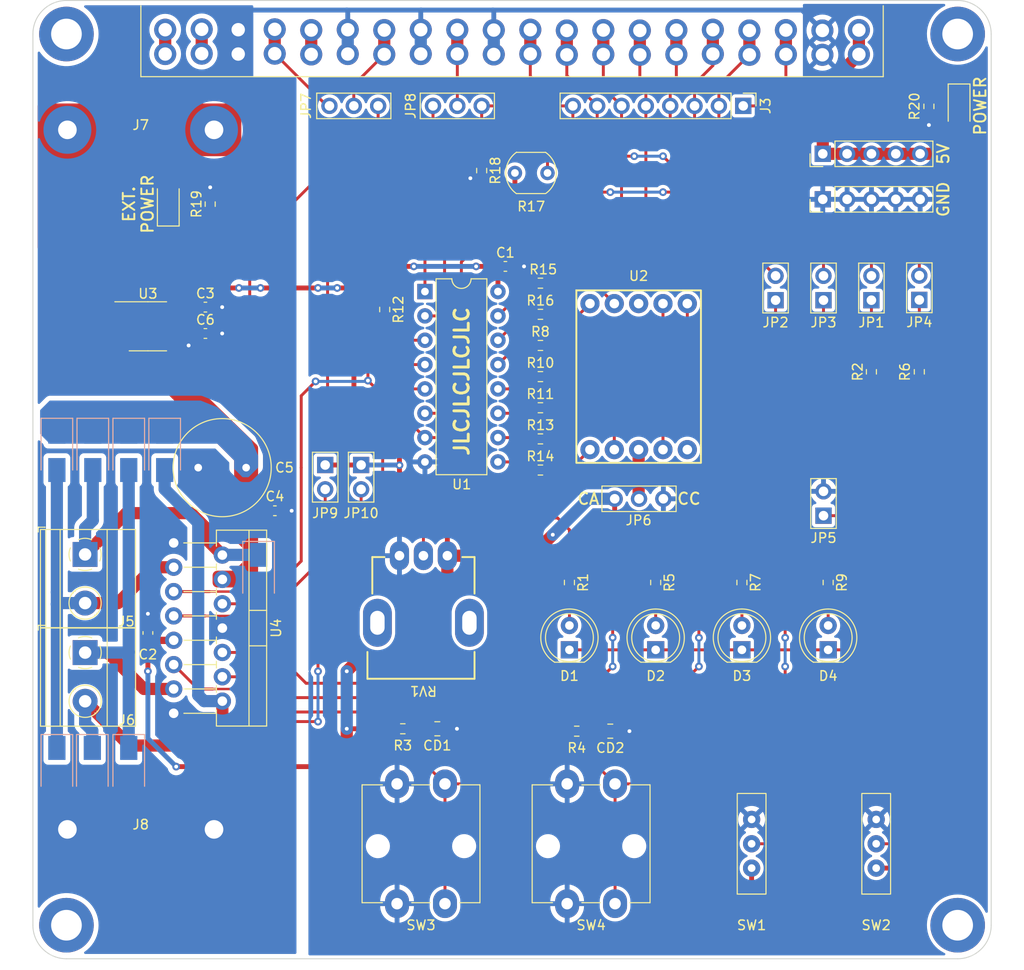
<source format=kicad_pcb>
(kicad_pcb (version 20211014) (generator pcbnew)
  (layers (0 "F.Cu" signal) (31 "B.Cu" signal) (34 "B.Paste" user) (35 "F.Paste" user) (36 "B.SilkS" user "B.Silkscreen") (37 "F.SilkS" user "F.Silkscreen") (38 "B.Mask" user) (39 "F.Mask" user) (44 "Edge.Cuts" user))
  (net 0 "")
  (net 1 "+5V")
  (net 2 "GND")
  (net 3 "/IP-")
  (net 4 "Net-(C6-Pad1)")
  (net 5 "DIO4")
  (net 6 "DIO5")
  (net 7 "Net-(D1-Pad1)")
  (net 8 "DIO0")
  (net 9 "DIO1")
  (net 10 "DIO2")
  (net 11 "DIO3")
  (net 12 "/OUT4")
  (net 13 "/OUT3")
  (net 14 "/OUT1")
  (net 15 "/OUT2")
  (net 16 "Net-(D13-Pad1)")
  (net 17 "VDD")
  (net 18 "Net-(D14-Pad1)")
  (net 19 "DIO7")
  (net 20 "DIO6")
  (net 21 "unconnected-(J4-Pad1)")
  (net 22 "unconnected-(J4-Pad2)")
  (net 23 "AO0")
  (net 24 "unconnected-(J4-Pad5)")
  (net 25 "AI0+")
  (net 26 "AI1+")
  (net 27 "Net-(JP1-Pad1)")
  (net 28 "Net-(JP4-Pad1)")
  (net 29 "Net-(JP6-Pad2)")
  (net 30 "Net-(JP7-Pad1)")
  (net 31 "Net-(JP8-Pad1)")
  (net 32 "Net-(JP9-Pad2)")
  (net 33 "Net-(JP10-Pad2)")
  (net 34 "Net-(R2-Pad1)")
  (net 35 "Net-(R6-Pad2)")
  (net 36 "Net-(R8-Pad1)")
  (net 37 "Net-(R8-Pad2)")
  (net 38 "Net-(R10-Pad1)")
  (net 39 "Net-(R10-Pad2)")
  (net 40 "Net-(R11-Pad1)")
  (net 41 "Net-(R11-Pad2)")
  (net 42 "Net-(R12-Pad2)")
  (net 43 "Net-(R13-Pad1)")
  (net 44 "Net-(R13-Pad2)")
  (net 45 "Net-(R14-Pad1)")
  (net 46 "Net-(R14-Pad2)")
  (net 47 "Net-(R15-Pad1)")
  (net 48 "Net-(R15-Pad2)")
  (net 49 "Net-(R16-Pad1)")
  (net 50 "Net-(R16-Pad2)")
  (net 51 "Net-(JP8-Pad3)")
  (net 58 "Net-(CD1-Pad1)")
  (net 59 "Net-(CD2-Pad1)")
  (net 60 "Net-(D1-Pad2)")
  (net 61 "Net-(D2-Pad2)")
  (net 62 "Net-(D3-Pad2)")
  (net 63 "Net-(D4-Pad2)")
  (footprint "LED_THT:LED_D5.0mm" (layer "F.Cu") (at 134.2375 101.5125 90)
    (fp_text reference "D2")
    (fp_text value "YELLOW")
  )
  (footprint "Resistor_SMD:R_0603_1608Metric" (layer "F.Cu") (at 162.75 44.8 -90)
    (fp_text reference "R20")
    (fp_text value "1k")
  )
  (footprint "Resistor_SMD:R_0603_1608Metric" (layer "F.Cu") (at 107.85 109.75)
    (fp_text reference "R3")
    (fp_text value "10k")
  )
  (footprint "Capacitor_THT:C_Radial_D10.0mm_H16.0mm_P5.00mm" (layer "F.Cu") (at 91.5 82.5 180)
    (fp_text reference "C5")
    (fp_text value "470u")
  )
  (footprint "Resistor_SMD:R_0603_1608Metric" (layer "F.Cu") (at 116.08 51.5 -90)
    (fp_text reference "R18")
    (fp_text value "10k")
  )
  (footprint "Resistor_SMD:R_0603_1608Metric" (layer "F.Cu") (at 122.21 69.75)
    (fp_text reference "R8")
    (fp_text value "680")
  )
  (footprint "Resistor_SMD:R_0603_1608Metric" (layer "F.Cu") (at 122.21 76.25)
    (fp_text reference "R11")
    (fp_text value "680")
  )
  (footprint "MountingHole:MountingHole_3.2mm_M3_ISO7380_Pad" (layer "F.Cu") (at 72.75 37.25)
    (fp_text reference "H1" hide)
    (fp_text value "MountingHole_Pad")
  )
  (footprint "Library:PinHeader_1x02_P2.54mm_jumper" (layer "F.Cu") (at 103.5 82.225)
    (fp_text reference "JP10")
    (fp_text value "Jumper_2_Open")
  )
  (footprint "Resistor_SMD:R_0603_1608Metric" (layer "F.Cu") (at 122.21 73)
    (fp_text reference "R10")
    (fp_text value "680")
  )
  (footprint "Capacitor_SMD:C_0805_2012Metric" (layer "F.Cu") (at 111.45 109.75)
    (fp_text reference "CD1")
    (fp_text value "1u")
  )
  (footprint "Capacitor_SMD:C_0603_1608Metric" (layer "F.Cu") (at 87.25 65.75)
    (fp_text reference "C3")
    (fp_text value "100n")
  )
  (footprint "Resistor_SMD:R_0603_1608Metric" (layer "F.Cu") (at 156.75 72.5 90)
    (fp_text reference "R2")
    (fp_text value "10k")
  )
  (footprint "Resistor_SMD:R_0603_1608Metric" (layer "F.Cu") (at 161.75 72.5 -90)
    (fp_text reference "R6")
    (fp_text value "10k")
  )
  (footprint "Capacitor_SMD:C_0603_1608Metric" (layer "F.Cu") (at 81.25 99.75 90)
    (fp_text reference "C2")
    (fp_text value "100n")
  )
  (footprint "Library:7segm-SA52" (layer "F.Cu") (at 132.46 73)
    (fp_text reference "U2")
    (fp_text value "7segm-symbol")
  )
  (footprint "MountingHole:MountingHole_3.2mm_M3_ISO7380_Pad" (layer "F.Cu") (at 72.75 130.25)
    (fp_text reference "H4" hide)
    (fp_text value "MountingHole_Pad")
  )
  (footprint "Resistor_SMD:R_0603_1608Metric" (layer "F.Cu") (at 105.96 66 -90)
    (fp_text reference "R12")
    (fp_text value "10k")
  )
  (footprint "Library:PinHeader_1x03_P2.54mm_Vertical_jumper" (layer "F.Cu") (at 111 44.75 90)
    (fp_text reference "JP8")
    (fp_text value "Jumper_3_Open")
  )
  (footprint "Library:PTV09A-4225F-B502" (layer "F.Cu") (at 110 98.6895 180)
    (fp_text reference "RV1")
    (fp_text value "10k")
  )
  (footprint "Library:PinHeader_1x02_P2.54mm_jumper" (layer "F.Cu") (at 151.75 87.5125 180)
    (fp_text reference "JP5")
    (fp_text value "Jumper_2_Open")
  )
  (footprint "Library:PinHeader_1x02_P2.54mm_jumper" (layer "F.Cu") (at 161.75 65 180)
    (fp_text reference "JP4")
    (fp_text value "Jumper_2_Open")
  )
  (footprint "Library:PinHeader_1x02_P2.54mm_jumper" (layer "F.Cu") (at 99.75 82.225)
    (fp_text reference "JP9")
    (fp_text value "Jumper_2_Open")
  )
  (footprint "Connector_PinHeader_2.54mm:PinHeader_1x08_P2.54mm_Vertical" (layer "F.Cu") (at 143.375 44.75 -90)
    (fp_text reference "J3")
    (fp_text value "Conn_01x08_Male")
  )
  (footprint "Connector_PinHeader_2.54mm:PinHeader_1x05_P2.54mm_Vertical" (layer "F.Cu") (at 151.675 54.5 90)
    (fp_text reference "J2" hide)
    (fp_text value "Conn_01x05_Male")
  )
  (footprint "Capacitor_SMD:C_0603_1608Metric" (layer "F.Cu") (at 94.5 87)
    (fp_text reference "C4")
    (fp_text value "100n")
  )
  (footprint "LED_SMD:LED_1206_3216Metric" (layer "F.Cu") (at 83.375 55 90)
    (fp_text reference "D13" hide)
    (fp_text value "LED")
  )
  (footprint "Resistor_SMD:R_0603_1608Metric" (layer "F.Cu") (at 143.2375 94.4875 -90)
    (fp_text reference "R7")
    (fp_text value "1k")
  )
  (footprint "Library:OSTV7XX3151" (layer "F.Cu") (at 83.055 36.8)
    (fp_text reference "J4" hide)
    (fp_text value "OSTV7XX3151")
  )
  (footprint "Library:TO-220-15_P2.54x2.54mm_StaggerOdd_Lead4.58mm_Vertical" (layer "F.Cu") (at 83.94 90.355 -90)
    (fp_text reference "U4")
    (fp_text value "L298N")
  )
  (footprint "Library:PinHeader_1x03_P2.54mm_Vertical_jumper" (layer "F.Cu") (at 105.275 44.75 -90)
    (fp_text reference "JP7")
    (fp_text value "Jumper_3_Open")
  )
  (footprint "Resistor_SMD:R_0603_1608Metric" (layer "F.Cu") (at 87.75 55 90)
    (fp_text reference "R19")
    (fp_text value "2k7")
  )
  (footprint "Resistor_SMD:R_0603_1608Metric" (layer "F.Cu") (at 134.2375 94.4875 -90)
    (fp_text reference "R5")
    (fp_text value "1k")
  )
  (footprint "LED_THT:LED_D5.0mm" (layer "F.Cu") (at 143.2375 101.5125 90)
    (fp_text reference "D3")
    (fp_text value "GREEN")
  )
  (footprint "Package_DIP:DIP-16_W7.62mm" (layer "F.Cu") (at 110.16 64.125)
    (fp_text reference "U1")
    (fp_text value "74LS47")
  )
  (footprint "TerminalBlock_Phoenix:TerminalBlock_Phoenix_MKDS-1,5-2-5.08_1x02_P5.08mm_Horizontal" (layer "F.Cu") (at 74.7 101.8 -90)
    (fp_text reference "J6")
    (fp_text value "Screw_Terminal_01x02")
  )
  (footprint "Capacitor_SMD:C_0603_1608Metric" (layer "F.Cu") (at 87.25 68.5)
    (fp_text reference "C6")
    (fp_text value "1n")
  )
  (footprint "Resistor_SMD:R_0603_1608Metric" (layer "F.Cu") (at 152.2375 94.4875 -90)
    (fp_text reference "R9")
    (fp_text value "1k")
  )
  (footprint "Capacitor_SMD:C_0805_2012Metric" (layer "F.Cu") (at 129.5 110)
    (fp_text reference "CD2")
    (fp_text value "1u")
  )
  (footprint "Resistor_SMD:R_0603_1608Metric" (layer "F.Cu") (at 125.2375 94.4875 -90)
    (fp_text reference "R1")
    (fp_text value "1k")
  )
  (footprint "Library:PinHeader_1x02_P2.54mm_jumper" (layer "F.Cu") (at 156.75 65.025 180)
    (fp_text reference "JP1")
    (fp_text value "Jumper_2_Open")
  )
  (footprint "Library:DELTRON 4mm banana socket - black" (layer "F.Cu") (at 80.5 120.25)
    (fp_text reference "J8")
    (fp_text value "Screw_Terminal_01x01")
  )
  (footprint "OptoDevice:R_LDR_5.1x4.3mm_P3.4mm_Vertical" (layer "F.Cu") (at 119.55 51.75)
    (fp_text reference "R17")
    (fp_text value "R_Photo")
  )
  (footprint "Library:Omron_B3F-12x12mm" (layer "F.Cu") (at 130 115.5 -90)
    (fp_text reference "SW4")
    (fp_text value "SW_Push")
  )
  (footprint "LED_THT:LED_D5.0mm" (layer "F.Cu") (at 125.2375 101.5125 90)
    (fp_text reference "D1")
    (fp_text value "RED")
  )
  (footprint "Resistor_SMD:R_0603_1608Metric" (layer "F.Cu") (at 122.21 63.25)
    (fp_text reference "R15")
    (fp_text value "680")
  )
  (footprint "Library:PinHeader_1x03_P2.54mm_Vertical_jumper" (layer "F.Cu") (at 129.96 85.75 90)
    (fp_text reference "JP6")
    (fp_text value "Jumper_3_Open")
  )
  (footprint "Resistor_SMD:R_0603_1608Metric" (layer "F.Cu") (at 122.21 79.5)
    (fp_text reference "R13")
    (fp_text value "680")
  )
  (footprint "MountingHole:MountingHole_3.2mm_M3_ISO7380_Pad" (layer "F.Cu") (at 165.75 130.25)
    (fp_text reference "H3" hide)
    (fp_text value "MountingHole_Pad")
  )
  (footprint "Library:we01014042" (layer "F.Cu") (at 144.25 121.75 90)
    (fp_text reference "SW1")
    (fp_text value "SW_SPDT")
  )
  (footprint "Library:DELTRON 4mm banana socket - red" (layer "F.Cu") (at 80.5 47.25)
    (fp_text reference "J7")
    (fp_text value "Screw_Terminal_01x01")
  )
  (footprint "Library:we01014042" (layer "F.Cu") (at 157.25 121.75 90)
    (fp_text reference "SW2")
    (fp_text value "SW_SPDT")
  )
  (footprint "Library:PinHeader_1x02_P2.54mm_jumper" (layer "F.Cu") (at 146.75 65.025 180)
    (fp_text reference "JP2")
    (fp_text value "Jumper_2_Open")
  )
  (footprint "LED_SMD:LED_1206_3216Metric" (layer "F.Cu") (at 165.9 44.75 -90)
    (fp_text reference "D14" hide)
    (fp_text value "LED")
  )
  (footprint "Library:PinHeader_1x02_P2.54mm_jumper" (layer "F.Cu") (at 151.75 65.025 180)
    (fp_text reference "JP3")
    (fp_text value "Jumper_2_Open")
  )
  (footprint "Library:Omron_B3F-12x12mm" (layer "F.Cu") (at 112.25 115.5 -90)
    (fp_text reference "SW3")
    (fp_text value "SW_Push")
  )
  (footprint "Resistor_SMD:R_0603_1608Metric" (layer "F.Cu") (at 126 110)
    (fp_text reference "R4")
    (fp_text value "10k")
  )
  (footprint "LED_THT:LED_D5.0mm" (layer "F.Cu") (at 152.2375 101.5125 90)
    (fp_text reference "D4")
    (fp_text value "BLUE")
  )
  (footprint "TerminalBlock_Phoenix:TerminalBlock_Phoenix_MKDS-1,5-2-5.08_1x02_P5.08mm_Horizontal" (layer "F.Cu") (at 74.695 91.555 -90)
    (fp_text reference "J5")
    (fp_text value "Screw_Terminal_01x02")
  )
  (footprint "Capacitor_SMD:C_0603_1608Metric" (layer "F.Cu") (at 118.555 61.5)
    (fp_text reference "C1")
    (fp_text value "100n")
  )
  (footprint "Connector_PinHeader_2.54mm:PinHeader_1x05_P2.54mm_Vertical" (layer "F.Cu") (at 151.675 49.75 90)
    (fp_text reference "J1" hide)
    (fp_text value "Conn_01x05_Male")
  )
  (footprint "MountingHole:MountingHole_3.2mm_M3_ISO7380_Pad" (layer "F.Cu") (at 165.75 37.25)
    (fp_text reference "H2" hide)
    (fp_text value "MountingHole_Pad")
  )
  (footprint "Package_SO:SOIC-8_3.9x4.9mm_P1.27mm" (layer "F.Cu") (at 81.25 67.75)
    (fp_text reference "U3")
    (fp_text value "ACS712xLCTR-05B")
  )
  (footprint "Resistor_SMD:R_0603_1608Metric" (layer "F.Cu") (at 122.21 66.5)
    (fp_text reference "R16")
    (fp_text value "680")
  )
  (footprint "Resistor_SMD:R_0603_1608Metric" (layer "F.Cu") (at 122.21 82.75)
    (fp_text reference "R14")
    (fp_text value "680")
  )
  (footprint "Diode_SMD:D_SMA" (layer "B.Cu") (at 79.25 80.75 -90)
    (fp_text reference "D6" hide)
    (fp_text value "1N4007")
  )
  (footprint "Diode_SMD:D_SMA" (layer "B.Cu") (at 83 80.75 -90)
    (fp_text reference "D5" hide)
    (fp_text value "1N4007")
  )
  (footprint "Diode_SMD:D_SMA" (layer "B.Cu") (at 79.25 113.75 -90)
    (fp_text reference "D10" hide)
    (fp_text value "1N4007")
  )
  (footprint "Diode_SMD:D_SMA" (layer "B.Cu") (at 92.8 93.6 -90)
    (fp_text reference "D11" hide)
    (fp_text value "1N4007")
  )
  (footprint "Diode_SMD:D_SMA" (layer "B.Cu") (at 75.45 113.75 -90)
    (fp_text reference "D9" hide)
    (fp_text value "1N4007")
  )
  (footprint "Diode_SMD:D_SMA" (layer "B.Cu") (at 75.5 80.75 -90)
    (fp_text reference "D7" hide)
    (fp_text value "1N4007")
  )
  (footprint "Diode_SMD:D_SMA" (layer "B.Cu") (at 71.75 113.75 -90)
    (fp_text reference "D12" hide)
    (fp_text value "1N4007")
  )
  (footprint "Diode_SMD:D_SMA" (layer "B.Cu") (at 71.75 80.75 -90)
    (fp_text reference "D8" hide)
    (fp_text value "1N4007")
  )
  (gr_line (start 165.75 133.75) (end 72.75 133.75) (layer "Edge.Cuts") (width 0.1))
  (gr_line (start 169.25 37.25) (end 169.25 130.25) (layer "Edge.Cuts") (width 0.1))
  (gr_line (start 69.25 130.25) (end 69.25 37.25) (layer "Edge.Cuts") (width 0.1))
  (gr_arc (start 69.25 37.25) (mid 70.275126 34.775126) (end 72.75 33.75) (layer "Edge.Cuts") (width 0.1))
  (gr_arc (start 169.25 130.25) (mid 168.224874 132.724874) (end 165.75 133.75) (layer "Edge.Cuts") (width 0.1))
  (gr_line (start 72.75 33.75) (end 165.75 33.75) (layer "Edge.Cuts") (width 0.1))
  (gr_arc (start 72.75 133.75) (mid 70.275126 132.724874) (end 69.25 130.25) (layer "Edge.Cuts") (width 0.1))
  (gr_arc (start 165.75 33.75) (mid 168.224874 34.775126) (end 169.25 37.25) (layer "Edge.Cuts") (width 0.1))
  (gr_text "EXT.\nPOWER" (at 80.25 55 90) (layer "F.SilkS") (effects (font (size 1.2 1.2) (thickness 0.2))))
  (gr_text "JLCJLCJLCJLC" (at 114 73.5 90) (layer "F.SilkS") (effects (font (size 1.5 1.5) (thickness 0.3))))
  (gr_text "GND" (at 164.25 54.5 90) (layer "F.SilkS") (effects (font (size 1.2 1.2) (thickness 0.2))))
  (gr_text "5V" (at 164.25 49.75 90) (layer "F.SilkS") (effects (font (size 1.2 1.2) (thickness 0.2))))
  (gr_text "CA" (at 127.21 85.75) (layer "F.SilkS") (effects (font (size 1.2 1.2) (thickness 0.2))))
  (gr_text "POWER" (at 168.1 44.75 90) (layer "F.SilkS") (effects (font (size 1.2 1.2) (thickness 0.2))))
  (gr_text "CC" (at 137.71 85.75) (layer "F.SilkS") (effects (font (size 1.2 1.2) (thickness 0.2))))
  (segment (start 121.25 60.25) (end 122 61) (width 0.508) (layer "F.Cu") (net 1))
  (segment (start 102 113.7) (end 102 109.75) (width 1.27) (layer "F.Cu") (net 1))
  (segment (start 117.75 61.47) (end 117.75 60.75) (width 0.508) (layer "F.Cu") (net 1))
  (segment (start 105.96 65.175) (end 105.96 63.04) (width 0.508) (layer "F.Cu") (net 1))
  (segment (start 144.25 124.29) (end 144.25 132) (width 0.508) (layer "F.Cu") (net 1))
  (segment (start 86.475 65.75) (end 86.475 64.525) (width 0.508) (layer "F.Cu") (net 1))
  (segment (start 140 64.75) (end 140 84.25) (width 0.508) (layer "F.Cu") (net 1))
  (segment (start 117.78 61.5) (end 117.75 61.47) (width 0.508) (layer "F.Cu") (net 1))
  (segment (start 107.5 79.75) (end 107.5 82.25) (width 0.508) (layer "F.Cu") (net 1))
  (segment (start 86.38 65.845) (end 86.475 65.75) (width 0.3048) (layer "F.Cu") (net 1))
  (segment (start 164.85 48.35) (end 164.85 49.75) (width 0.3048) (layer "F.Cu") (net 1))
  (segment (start 84.2 113.7) (end 102 113.7) (width 0.508) (layer "F.Cu") (net 1))
  (segment (start 119.55 53.2) (end 118.5 54.25) (width 0.508) (layer "F.Cu") (net 1))
  (segment (start 119.75 132) (end 104.25 132) (width 1.27) (layer "F.Cu") (net 1))
  (segment (start 165.5 49.75) (end 166.75 51) (width 1.27) (layer "F.Cu") (net 1))
  (segment (start 122 61) (end 136.25 61) (width 0.508) (layer "F.Cu") (net 1))
  (segment (start 93 63.75) (end 99 63.75) (width 0.508) (layer "F.Cu") (net 1))
  (segment (start 81.25 100.525) (end 81.25 103.75) (width 0.508) (layer "F.Cu") (net 1))
  (segment (start 108.25 103) (end 109.74625 101.50375) (width 1.27) (layer "F.Cu") (net 1))
  (segment (start 144.25 132) (end 119.75 132) (width 1.27) (layer "F.Cu") (net 1))
  (segment (start 155.445 36.84) (end 155.445 39.38) (width 1.27) (layer "F.Cu") (net 1))
  (segment (start 166.75 123.25) (end 165.25 124.75) (width 1.27) (layer "F.Cu") (net 1))
  (segment (start 118.5 54.25) (end 108.5 54.25) (width 0.508) (layer "F.Cu") (net 1))
  (segment (start 117.78 61.5) (end 115.5 61.5) (width 0.508) (layer "F.Cu") (net 1))
  (segment (start 140 84.25) (end 136 88.25) (width 0.508) (layer "F.Cu") (net 1))
  (segment (start 117.78 61.5) (end 117.78 64.125) (width 0.508) (layer "F.Cu") (net 1))
  (segment (start 112.5 94) (end 109.74625 96.75375) (width 1.27) (layer "F.Cu") (net 1))
  (segment (start 165.9 47.3) (end 164.85 48.35) (width 0.3048) (layer "F.Cu") (net 1))
  (segment (start 160.04 124.29) (end 161.625 125.875) (width 0.508) (layer "F.Cu") (net 1))
  (segment (start 160.5 127) (end 160.5 129) (width 1.27) (layer "F.Cu") (net 1))
  (segment (start 107.5 83) (end 107.5 82.25) (width 0.508) (layer "F.Cu") (net 1))
  (segment (start 102.75 63.75) (end 102.75 75) (width 0.508) (layer "F.Cu") (net 1))
  (segment (start 155.445 39.38) (end 151.675 43.15) (width 1.27) (layer "F.Cu") (net 1))
  (segment (start 104.25 132) (end 102 129.75) (width 1.27) (layer "F.Cu") (net 1))
  (segment (start 112.5 91.6895) (end 112.5 94) (width 1.27) (layer "F.Cu") (net 1))
  (segment (start 136.25 61) (end 140 64.75) (width 0.508) (layer "F.Cu") (net 1))
  (segment (start 118.25 60.25) (end 121.25 60.25) (width 0.508) (layer "F.Cu") (net 1))
  (segment (start 165.25 124.75) (end 162.75 124.75) (width 1.27) (layer "F.Cu") (net 1))
  (segment (start 102 129.75) (end 102 113.7) (width 1.27) (layer "F.Cu") (net 1))
  (segment (start 83.725 65.845) (end 86.38 65.845) (width 0.3048) (layer "F.Cu") (net 1))
  (segment (start 109.74625 96.75375) (end 109.74625 98.74625) (width 1.27) (layer "F.Cu") (net 1))
  (segment (start 112.5 88) (end 107.5 83) (width 0.508) (layer "F.Cu") (net 1))
  (segment (start 105.96 63.04) (end 107.5 61.5) (width 0.508) (layer "F.Cu") (net 1))
  (segment (start 165.9 46.15) (end 165.9 47.3) (width 0.3048) (layer "F.Cu") (net 1))
  (segment (start 101 63.75) (end 102.75 63.75) (width 0.508) (layer "F.Cu") (net 1))
  (segment (start 86.475 64.525) (end 87.25 63.75) (width 0.508) (layer "F.Cu") (net 1))
  (segment (start 109.74625 101.50375) (end 109.74625 98.74625) (width 1.27) (layer "F.Cu") (net 1))
  (segment (start 102.75 75) (end 107.5 79.75) (width 0.508) (layer "F.Cu") (net 1))
  (segment (start 162.75 124.75) (end 161.625 125.875) (width 1.27) (layer "F.Cu") (net 1))
  (segment (start 102 103.75) (end 102.75 103) (width 1.27) (layer "F.Cu") (net 1))
  (segment (start 161.625 125.875) (end 160.5 127) (width 1.27) (layer "F.Cu") (net 1))
  (segment (start 81.25 100.525) (end 83.93 100.525) (width 0.762) (layer "F.Cu") (net 1))
  (segment (start 112.5 91.6895) (end 121.3105 91.6895) (width 1.27) (layer "F.Cu") (net 1))
  (segment (start 117.75 60.75) (end 118.25 60.25) (width 0.508) (layer "F.Cu") (net 1))
  (segment (start 121.3105 91.6895) (end 123.5 89.5) (width 1.27) (layer "F.Cu") (net 1))
  (segment (start 119.75 112) (end 119.75 132) (width 0.508) (layer "F.Cu") (net 1))
  (segment (start 157.25 124.29) (end 160.04 124.29) (width 0.508) (layer "F.Cu") (net 1))
  (segment (start 83.93 100.525) (end 83.94 100.515) (width 0.762) (layer "F.Cu") (net 1))
  (segment (start 129.96 87.46) (end 129.96 85.75) (width 0.508) (layer "F.Cu") (net 1))
  (segment (start 125.175 110) (end 121.75 110) (width 0.508) (layer "F.Cu") (net 1))
  (segment (start 166.75 51) (end 166.75 123.25) (width 1.27) (layer "F.Cu") (net 1))
  (segment (start 107.5 61.5) (end 109 61.5) (width 0.508) (layer "F.Cu") (net 1))
  (segment (start 136 88.25) (end 130.75 88.25) (width 0.508) (layer "F.Cu") (net 1))
  (segment (start 119.55 51.75) (end 119.55 53.2) (width 0.508) (layer "F.Cu") (net 1))
  (segment (start 161.835 49.75) (end 151.675 49.75) (width 1.27) (layer "F.Cu") (net 1))
  (segment (start 164.85 49.75) (end 165.5 49.75) (width 1.27) (layer "F.Cu") (net 1))
  (segment (start 130.75 88.25) (end 129.96 87.46) (width 0.508) (layer "F.Cu") (net 1))
  (segment (start 87.25 63.75) (end 90.75 63.75) (width 0.508) (layer "F.Cu") (net 1))
  (segment (start 121.75 110) (end 119.75 112) (width 0.508) (layer "F.Cu") (net 1))
  (segment (start 160.5 129) (end 157.5 132) (width 1.27) (layer "F.Cu") (net 1))
  (segment (start 102.75 60) (end 102.75 63.75) (width 0.508) (layer "F.Cu") (net 1))
  (segment (start 151.675 43.15) (end 151.675 49.75) (width 1.27) (layer "F.Cu") (net 1))
  (segment (start 107.025 109.75) (end 102 109.75) (width 0.508) (layer "F.Cu") (net 1))
  (segment (start 108.5 54.25) (end 102.75 60) (width 0.508) (layer "F.Cu") (net 1))
  (segment (start 102.75 103) (end 108.25 103) (width 1.27) (layer "F.Cu") (net 1))
  (segment (start 161.835 49.75) (end 164.85 49.75) (width 1.27) (layer "F.Cu") (net 1))
  (segment (start 157.5 132) (end 144.25 132) (width 1.27) (layer "F.Cu") (net 1))
  (segment (start 99.75 82.225) (end 103.5 82.225) (width 0.508) (layer "F.Cu") (net 1))
  (segment (start 112.5 91.6895) (end 112.5 88) (width 0.508) (layer "F.Cu") (net 1))
  (via (at 90.75 63.75) (size 0.8) (drill 0.4) (layers "F.Cu" "B.Cu") (net 1))
  (via (at 102 109.75) (size 0.8) (drill 0.4) (layers "F.Cu" "B.Cu") (net 1))
  (via (at 115.5 61.5) (size 0.8) (drill 0.4) (layers "F.Cu" "B.Cu") (net 1))
  (via (at 102 103.75) (size 0.8) (drill 0.4) (layers "F.Cu" "B.Cu") (net 1))
  (via (at 93 63.75) (size 0.8) (drill 0.4) (layers "F.Cu" "B.Cu") (net 1))
  (via (at 101 63.75) (size 0.8) (drill 0.4) (layers "F.Cu" "B.Cu") (net 1))
  (via (at 123.5 89.5) (size 0.8) (drill 0.4) (layers "F.Cu" "B.Cu") (net 1))
  (via (at 109 61.5) (size 0.8) (drill 0.4) (layers "F.Cu" "B.Cu") (net 1))
  (via (at 99 63.75) (size 0.8) (drill 0.4) (layers "F.Cu" "B.Cu") (net 1))
  (via (at 81.25 103.75) (size 0.8) (drill 0.4) (layers "F.Cu" "B.Cu") (net 1))
  (via (at 107.5 82.25) (size 0.8) (drill 0.4) (layers "F.Cu" "B.Cu") (net 1))
  (via (at 84.2 113.7) (size 0.8) (drill 0.4) (layers "F.Cu" "B.Cu") (net 1))
  (segment (start 102 109.75) (end 102 103.75) (width 1.27) (layer "B.Cu") (net 1))
  (segment (start 81.25 103.75) (end 81.25 110.75) (width 0.508) (layer "B.Cu") (net 1))
  (segment (start 107.475 82.225) (end 107.5 82.25) (width 0.508) (layer "B.Cu") (net 1))
  (segment (start 99 63.75) (end 101 63.75) (width 0.508) (layer "B.Cu") (net 1))
  (segment (start 103.5 82.225) (end 107.475 82.225) (width 0.508) (layer "B.Cu") (net 1))
  (segment (start 81.25 110.75) (end 84.2 113.7) (width 0.508) (layer "B.Cu") (net 1))
  (segment (start 127.25 85.75) (end 123.5 89.5) (width 1.27) (layer "B.Cu") (net 1))
  (segment (start 129.96 85.75) (end 127.25 85.75) (width 1.27) (layer "B.Cu") (net 1))
  (segment (start 115.5 61.5) (end 109 61.5) (width 0.508) (layer "B.Cu") (net 1))
  (segment (start 90.75 63.75) (end 93 63.75) (width 0.508) (layer "B.Cu") (net 1))
  (segment (start 130.45 110) (end 131.5 110) (width 0.508) (layer "F.Cu") (net 2))
  (segment (start 83.725 69.655) (end 85.405 69.655) (width 0.508) (layer "F.Cu") (net 2))
  (segment (start 95.275 87) (end 96.25 87) (width 0.508) (layer "F.Cu") (net 2))
  (segment (start 116.08 52.325) (end 114.925 52.325) (width 0.3048) (layer "F.Cu") (net 2))
  (segment (start 114.925 52.325) (end 114.9 52.3) (width 0.3048) (layer "F.Cu") (net 2))
  (segment (start 119.33 61.5) (end 120.5 61.5) (width 0.508) (layer "F.Cu") (net 2))
  (segment (start 162.75 45.625) (end 162.75 46.75) (width 0.3048) (layer "F.Cu") (net 2))
  (segment (start 88.025 65.75) (end 89 65.75) (width 0.508) (layer "F.Cu") (net 2))
  (segment (start 87.75 54.175) (end 87.75 53.25) (width 0.508) (layer "F.Cu") (net 2))
  (segment (start 81.25 98.975) (end 81.25 97.75) (width 0.508) (layer "F.Cu") (net 2))
  (segment (start 112.4 109.75) (end 113.5 109.75) (width 0.508) (layer "F.Cu") (net 2))
  (segment (start 85.405 69.655) (end 85.5 69.75) (width 0.508) (layer "F.Cu") (net 2))
  (segment (start 88.025 68.5) (end 89 68.5) (width 0.508) (layer "F.Cu") (net 2))
  (via (at 87.75 53.25) (size 0.8) (drill 0.4) (layers "F.Cu" "B.Cu") (net 2))
  (via (at 113.5 109.75) (size 0.8) (drill 0.4) (layers "F.Cu" "B.Cu") (net 2))
  (via (at 131.5 110) (size 0.8) (drill 0.4) (layers "F.Cu" "B.Cu") (net 2))
  (via (at 85.5 69.75) (size 0.8) (drill 0.4) (layers "F.Cu" "B.Cu") (net 2))
  (via (at 89 68.5) (size 0.8) (drill 0.4) (layers "F.Cu" "B.Cu") (net 2))
  (via (at 89 65.75) (size 0.8) (drill 0.4) (layers "F.Cu" "B.Cu") (net 2))
  (via (at 96.25 87) (size 0.8) (drill 0.4) (layers "F.Cu" "B.Cu") (net 2))
  (via (at 114.9 52.3) (size 0.8) (drill 0.4) (layers "F.Cu" "B.Cu") (net 2))
  (via (at 162.75 46.75) (size 0.8) (drill 0.4) (layers "F.Cu" "B.Cu") (net 2))
  (via (at 120.5 61.5) (size 0.8) (drill 0.4) (layers "F.Cu" "B.Cu") (net 2))
  (via (at 81.25 97.75) (size 0.8) (drill 0.4) (layers "F.Cu" "B.Cu") (net 2))
  (segment (start 102.105 36.8) (end 102.105 39.34) (width 1.27) (layer "B.Cu") (net 2))
  (segment (start 109.725 36.8) (end 109.725 39.34) (width 1.27) (layer "B.Cu") (net 2))
  (segment (start 117.345 39.38) (end 117.345 36.84) (width 1.27) (layer "B.Cu") (net 2))
  (segment (start 149.505 34.75) (end 151.635 36.88) (width 0.508) (layer "B.Cu") (net 2))
  (segment (start 109.75 34.75) (end 102 34.75) (width 0.508) (layer "B.Cu") (net 2))
  (segment (start 117.345 36.84) (end 117.345 34.845) (width 0.508) (layer "B.Cu") (net 2))
  (segment (start 90.675 35.075) (end 90.675 36.8) (width 0.508) (layer "B.Cu") (net 2))
  (segment (start 102.105 34.855) (end 102 34.75) (width 0.508) (layer "B.Cu") (net 2))
  (segment (start 109.725 34.775) (end 109.75 34.75) (width 0.508) (layer "B.Cu") (net 2))
  (segment (start 117.25 34.75) (end 149.505 34.75) (width 0.508) (layer "B.Cu") (net 2))
  (segment (start 102 34.75) (end 91 34.75) (width 0.508) (layer "B.Cu") (net 2))
  (segment (start 109.725 36.8) (end 109.725 34.775) (width 0.508) (layer "B.Cu") (net 2))
  (segment (start 91 34.75) (end 90.675 35.075) (width 0.508) (layer "B.Cu") (net 2))
  (segment (start 117.345 34.845) (end 117.25 34.75) (width 0.508) (layer "B.Cu") (net 2))
  (segment (start 109.75 34.75) (end 117.25 34.75) (width 0.508) (layer "B.Cu") (net 2))
  (segment (start 102.105 36.8) (end 102.105 34.855) (width 0.508) (layer "B.Cu") (net 2))
  (segment (start 90.675 36.8) (end 90.675 39.34) (width 1.27) (layer "B.Cu") (net 2))
  (segment (start 86.36 68.385) (end 86.475 68.5) (width 0.3048) (layer "F.Cu") (net 4))
  (segment (start 83.725 68.385) (end 86.36 68.385) (width 0.3048) (layer "F.Cu") (net 4))
  (segment (start 136.395 36.84) (end 136.395 39.38) (width 1.27) (layer "F.Cu") (net 5))
  (segment (start 135.755 42.495) (end 135.755 44.75) (width 0.3048) (layer "F.Cu") (net 5))
  (segment (start 144 59.735) (end 144 54.5) (width 0.3048) (layer "F.Cu") (net 5))
  (segment (start 136.395 41.855) (end 135.755 42.495) (width 0.3048) (layer "F.Cu") (net 5))
  (segment (start 135.755 46.255) (end 135.755 44.75) (width 0.3048) (layer "F.Cu") (net 5))
  (segment (start 146.75 62.485) (end 144 59.735) (width 0.3048) (layer "F.Cu") (net 5))
  (segment (start 136.395 36.84) (end 136.395 41.855) (width 0.3048) (layer "F.Cu") (net 5))
  (segment (start 144 54.5) (end 135.755 46.255) (width 0.3048) (layer "F.Cu") (net 5))
  (segment (start 138.295 46.295) (end 145.25 53.25) (width 0.3048) (layer "F.Cu") (net 6))
  (segment (start 140.205 36.8) (end 140.205 39.34) (width 1.27) (layer "F.Cu") (net 6))
  (segment (start 138.295 42.455) (end 138.295 44.75) (width 0.3048) (layer "F.Cu") (net 6))
  (segment (start 138.295 44.75) (end 138.295 46.295) (width 0.3048) (layer "F.Cu") (net 6))
  (segment (start 140.205 36.8) (end 140.205 40.545) (width 0.3048) (layer "F.Cu") (net 6))
  (segment (start 146.75 59.75) (end 151.25 59.75) (width 0.3048) (layer "F.Cu") (net 6))
  (segment (start 145.25 53.25) (end 145.25 58.25) (width 0.3048) (layer "F.Cu") (net 6))
  (segment (start 151.25 59.75) (end 151.75 60.25) (width 0.3048) (layer "F.Cu") (net 6))
  (segment (start 145.25 58.25) (end 146.75 59.75) (width 0.3048) (layer "F.Cu") (net 6))
  (segment (start 151.75 60.25) (end 151.75 62.485) (width 0.3048) (layer "F.Cu") (net 6))
  (segment (start 140.205 40.545) (end 138.295 42.455) (width 0.3048) (layer "F.Cu") (net 6))
  (segment (start 157.2375 100.2375) (end 157.2375 89.9875) (width 0.3048) (layer "F.Cu") (net 7))
  (segment (start 157.2375 89.9875) (end 154.7625 87.5125) (width 0.3048) (layer "F.Cu") (net 7))
  (segment (start 155.9625 101.5125) (end 157.2375 100.2375) (width 0.3048) (layer "F.Cu") (net 7))
  (segment (start 125.2375 101.5125) (end 155.9625 101.5125) (width 0.3048) (layer "F.Cu") (net 7))
  (segment (start 151.75 87.5125) (end 154.7625 87.5125) (width 0.3048) (layer "F.Cu") (net 7))
  (segment (start 125.2375 88.9875) (end 125.2375 93.6625) (width 0.3048) (layer "F.Cu") (net 8))
  (segment (start 93.7 95.8) (end 97.25 92.25) (width 0.3048) (layer "F.Cu") (net 8))
  (segment (start 121.155 41.655) (end 124.25 44.75) (width 0.3048) (layer "F.Cu") (net 8))
  (segment (start 124.25 44.75) (end 125.595 44.75) (width 0.3048) (layer "F.Cu") (net 8))
  (segment (start 121.155 36.8) (end 121.155 39.34) (width 1.27) (layer "F.Cu") (net 8))
  (segment (start 97.25 75) (end 98.75 73.5) (width 0.3048) (layer "F.Cu") (net 8))
  (segment (start 104.21 61.29) (end 109.75 55.75) (width 0.3048) (layer "F.Cu") (net 8))
  (segment (start 83.94 95.435) (end 87.685 95.435) (width 0.3048) (layer "F.Cu") (net 8))
  (segment (start 113.21 85.46) (end 115.5 87.75) (width 0.3048) (layer "F.Cu") (net 8))
  (segment (start 104.21 73.415) (end 104.21 61.29) (width 0.3048) (layer "F.Cu") (net 8))
  (segment (start 110.16 79.365) (end 111.575 79.365) (width 0.3048) (layer "F.Cu") (net 8))
  (segment (start 115.5 87.75) (end 124 87.75) (width 0.3048) (layer "F.Cu") (net 8))
  (segment (start 109.75 55.75) (end 122.75 55.75) (width 0.3048) (layer "F.Cu") (net 8))
  (segment (start 111.575 79.365) (end 113.21 81) (width 0.3048) (layer "F.Cu") (net 8))
  (segment (start 124 87.75) (end 125.2375 88.9875) (width 0.3048) (layer "F.Cu") (net 8))
  (segment (start 97.25 82.5) (end 97.25 75) (width 0.3048) (layer "F.Cu") (net 8))
  (segment (start 125.595 52.905) (end 125.595 44.75) (width 0.3048) (layer "F.Cu") (net 8))
  (segment (start 90.5 95.8) (end 93.7 95.8) (width 0.3048) (layer "F.Cu") (net 8))
  (segment (start 90.135 95.435) (end 90.5 95.8) (width 0.254) (layer "F.Cu") (net 8))
  (segment (start 87.685 95.435) (end 90.135 95.435) (width 0.254) (layer "F.Cu") (net 8))
  (segment (start 121.155 39.34) (end 121.155 41.655) (width 0.3048) (layer "F.Cu") (net 8))
  (segment (start 122.75 55.75) (end 125.595 52.905) (width 0.3048) (layer "F.Cu") (net 8))
  (segment (start 113.21 81) (end 113.21 85.46) (width 0.3048) (layer "F.Cu") (net 8))
  (segment (start 97.25 92.25) (end 97.25 82.5) (width 0.3048) (layer "F.Cu") (net 8))
  (segment (start 110.16 79.365) (end 104.21 73.415) (width 0.3048) (layer "F.Cu") (net 8))
  (via (at 104.21 73.415) (size 0.8) (drill 0.4) (layers "F.Cu" "B.Cu") (net 8))
  (via (at 98.75 73.5) (size 0.8) (drill 0.4) (layers "F.Cu" "B.Cu") (net 8))
  (segment (start 104.125 73.5) (end 104.21 73.415) (width 0.3048) (layer "B.Cu") (net 8))
  (segment (start 98.75 73.5) (end 104.125 73.5) (width 0.3048) (layer "B.Cu") (net 8))
  (segment (start 97.75 105) (end 90.725 97.975) (width 0.3048) (layer "F.Cu") (net 9))
  (segment (start 110.16 59.34) (end 110.16 64.125) (width 0.3048) (layer "F.Cu") (net 9))
  (segment (start 90.725 97.975) (end 90.175 97.975) (width 0.3048) (layer "F.Cu") (net 9))
  (segment (start 142 65.25) (end 140.25 63.5) (width 0.3048) (layer "F.Cu") (net 9))
  (segment (start 128.135 53.635) (end 128.135 55.115) (width 0.3048) (layer "F.Cu") (net 9))
  (segment (start 128.135 44.75) (end 124.965 41.58) (width 0.3048) (layer "F.Cu") (net 9))
  (segment (start 140.25 57.5) (end 136.5 53.75) (width 0.3048) (layer "F.Cu") (net 9))
  (segment (start 136.5 53.75) (end 135 53.75) (width 0.3048) (layer "F.Cu") (net 9))
  (segment (start 124.965 36.88) (end 124.965 39.42) (width 1.27) (layer "F.Cu") (net 9))
  (segment (start 140.25 63.5) (end 140.25 57.5) (width 0.3048) (layer "F.Cu") (net 9))
  (segment (start 83.94 97.975) (end 87.225 97.975) (width 0.3048) (layer "F.Cu") (net 9))
  (segment (start 116.25 103.75) (end 115 105) (width 0.3048) (layer "F.Cu") (net 9))
  (segment (start 128.25 53.75) (end 128.135 53.635) (width 0.3048) (layer "F.Cu") (net 9))
  (segment (start 134.2375 93.0125) (end 142 85.25) (width 0.3048) (layer "F.Cu") (net 9))
  (segment (start 126.25 57) (end 112.5 57) (width 0.3048) (layer "F.Cu") (net 9))
  (segment (start 115 105) (end 97.75 105) (width 0.3048) (layer "F.Cu") (net 9))
  (segment (start 129.75 100.2375) (end 129.75 95) (width 0.3048) (layer "F.Cu") (net 9))
  (segment (start 129.5 53.75) (end 128.25 53.75) (width 0.3048) (layer "F.Cu") (net 9))
  (segment (start 124.965 41.58) (end 124.965 36.88) (width 0.3048) (layer "F.Cu") (net 9))
  (segment (start 112.5 57) (end 110.16 59.34) (width 0.3048) (layer "F.Cu") (net 9))
  (segment (start 87.225 97.975) (end 90.175 97.975) (width 0.254) (layer "F.Cu") (net 9))
  (segment (start 129.25 103.75) (end 116.25 103.75) (width 0.3048) (layer "F.Cu") (net 9))
  (segment (start 134.2375 93.6625) (end 131.0875 93.6625) (width 0.3048) (layer "F.Cu") (net 9))
  (segment (start 129.75 103.25) (end 129.25 103.75) (width 0.3048) (layer "F.Cu") (net 9))
  (segment (start 131.0875 93.6625) (end 129.75 95) (width 0.3048) (layer "F.Cu") (net 9))
  (segment (start 134.2375 93.6625) (end 134.2375 93.0125) (width 0.3048) (layer "F.Cu") (net 9))
  (segment (start 142 85.25) (end 142 65.25) (width 0.3048) (layer "F.Cu") (net 9))
  (segment (start 128.135 44.75) (end 128.135 53.635) (width 0.3048) (layer "F.Cu") (net 9))
  (segment (start 128.135 55.115) (end 126.25 57) (width 0.3048) (layer "F.Cu") (net 9))
  (via (at 135 53.75) (size 0.8) (drill 0.4) (layers "F.Cu" "B.Cu") (net 9))
  (via (at 129.5 53.75) (size 0.8) (drill 0.4) (layers "F.Cu" "B.Cu") (net 9))
  (via (at 129.75 103.25) (size 0.8) (drill 0.4) (layers "F.Cu" "B.Cu") (net 9))
  (via (at 129.75 100.2375) (size 0.8) (drill 0.4) (layers "F.Cu" "B.Cu") (net 9))
  (segment (start 135 53.75) (end 129.5 53.75) (width 0.3048) (layer "B.Cu") (net 9))
  (segment (start 129.75 100.2375) (end 129.75 103.25) (width 0.3048) (layer "B.Cu") (net 9))
  (segment (start 114.25 58.25) (end 112.21 60.29) (width 0.3048) (layer "F.Cu") (net 10))
  (segment (start 117.25 105.25) (end 136.75 105.25) (width 0.3048) (layer "F.Cu") (net 10))
  (segment (start 132 50) (end 130.75 50) (width 0.3048) (layer "F.Cu") (net 10))
  (segment (start 112.21 60.29) (end 112.21 66) (width 0.3048) (layer "F.Cu") (net 10))
  (segment (start 130.675 56.325) (end 128.75 58.25) (width 0.3048) (layer "F.Cu") (net 10))
  (segment (start 138.75 95.5) (end 140.5875 93.6625) (width 0.3048) (layer "F.Cu") (net 10))
  (segment (start 130.75 50) (end 130.675 50.075) (width 0.3048) (layer "F.Cu") (net 10))
  (segment (start 128.775 36.84) (end 128.775 39.38) (width 1.27) (layer "F.Cu") (net 10))
  (segment (start 128.775 42.85) (end 128.775 36.84) (width 0.3048) (layer "F.Cu") (net 10))
  (segment (start 141.5 56.5) (end 141.5 62.5) (width 0.3048) (layer "F.Cu") (net 10))
  (segment (start 136.75 105.25) (end 138.75 103.25) (width 0.3048) (layer "F.Cu") (net 10))
  (segment (start 135 50) (end 141.5 56.5) (width 0.3048) (layer "F.Cu") (net 10))
  (segment (start 143.2375 93.6625) (end 143.2375 64.2375) (width 0.3048) (layer "F.Cu") (net 10))
  (segment (start 130.675 47.075) (end 130.675 47.575) (width 0.3048) (layer "F.Cu") (net 10))
  (segment (start 89.02 101.785) (end 91.785 101.785) (width 0.3048) (layer "F.Cu") (net 10))
  (segment (start 138.75 100.25) (end 138.75 95.5) (width 0.3048) (layer "F.Cu") (net 10))
  (segment (start 140.5875 93.6625) (end 143.2375 93.6625) (width 0.3048) (layer "F.Cu") (net 10))
  (segment (start 112.21 66) (end 111.545 66.665) (width 0.3048) (layer "F.Cu") (net 10))
  (segment (start 91.785 101.785) (end 96.5 106.5) (width 0.3048) (layer "F.Cu") (net 10))
  (segment (start 116 106.5) (end 117.25 105.25) (width 0.3048) (layer "F.Cu") (net 10))
  (segment (start 130.675 50.075) (end 130.675 56.325) (width 0.3048) (layer "F.Cu") (net 10))
  (segment (start 96.5 106.5) (end 116 106.5) (width 0.3048) (layer "F.Cu") (net 10))
  (segment (start 111.545 66.665) (end 110.16 66.665) (width 0.3048) (layer "F.Cu") (net 10))
  (segment (start 130.675 44.75) (end 130.675 47.075) (width 0.3048) (layer "F.Cu") (net 10))
  (segment (start 128.75 58.25) (end 114.25 58.25) (width 0.3048) (layer "F.Cu") (net 10))
  (segment (start 143.2375 64.2375) (end 141.5 62.5) (width 0.3048) (layer "F.Cu") (net 10))
  (segment (start 130.675 44.75) (end 128.775 42.85) (width 0.3048) (layer "F.Cu") (net 10))
  (segment (start 130.675 47.575) (end 130.675 50.075) (width 0.3048) (layer "F.Cu") (net 10))
  (via (at 138.75 100.25) (size 0.8) (drill 0.4) (layers "F.Cu" "B.Cu") (net 10))
  (via (at 135 50) (size 0.8) (drill 0.4) (layers "F.Cu" "B.Cu") (net 10))
  (via (at 132 50) (size 0.8) (drill 0.4) (layers "F.Cu" "B.Cu") (net 10))
  (via (at 138.75 103.25) (size 0.8) (drill 0.4) (layers "F.Cu" "B.Cu") (net 10))
  (segment (start 135 50) (end 132 50) (width 0.3048) (layer "B.Cu") (net 10))
  (segment (start 138.75 103.25) (end 138.75 100.25) (width 0.3048) (layer "B.Cu") (net 10))
  (segment (start 133.215 46.785) (end 134.285 46.785) (width 0.3048) (layer "F.Cu") (net 11))
  (segment (start 111.885 76.825) (end 110.16 76.825) (width 0.3048) (layer "F.Cu") (net 11))
  (segment (start 144.25 62.5) (end 144.25 84.5) (width 0.3048) (layer "F.Cu") (net 11))
  (segment (start 142.75 61) (end 144.25 62.5) (width 0.3048) (layer "F.Cu") (net 11))
  (segment (start 133.215 44.75) (end 133.215 46.785) (width 0.3048) (layer "F.Cu") (net 11))
  (segment (start 132.585 36.88) (end 132.585 39.42) (width 1.27) (layer "F.Cu") (net 11))
  (segment (start 147.75 100.25) (end 147.75 96) (width 0.3048) (layer "F.Cu") (net 11))
  (segment (start 113.96 74.75) (end 111.885 76.825) (width 0.3048) (layer "F.Cu") (net 11))
  (segment (start 119 106.5) (end 146.25 106.5) (width 0.3048) (layer "F.Cu") (net 11))
  (segment (start 133.215 42.465) (end 132.585 41.835) (width 0.3048) (layer "F.Cu") (net 11))
  (segment (start 132.585 41.835) (end 132.585 36.88) (width 0.3048) (layer "F.Cu") (net 11))
  (segment (start 95.25 108) (end 117.5 108) (width 0.3048) (layer "F.Cu") (net 11))
  (segment (start 117.5 108) (end 119 106.5) (width 0.3048) (layer "F.Cu") (net 11))
  (segment (start 133.215 44.75) (end 133.215 42.465) (width 0.3048) (layer "F.Cu") (net 11))
  (segment (start 89.02 104.325) (end 91.575 104.325) (width 0.3048) (layer "F.Cu") (net 11))
  (segment (start 91.575 104.325) (end 95.25 108) (width 0.3048) (layer "F.Cu") (net 11))
  (segment (start 134.285 46.785) (end 142.75 55.25) (width 0.3048) (layer "F.Cu") (net 11))
  (segment (start 131.25 59.5) (end 115.5 59.5) (width 0.3048) (layer "F.Cu") (net 11))
  (segment (start 133.215 46.785) (end 133.215 57.535) (width 0.3048) (layer "F.Cu") (net 11))
  (segment (start 147.75 105) (end 147.75 103.25) (width 0.3048) (layer "F.Cu") (net 11))
  (segment (start 147.75 96) (end 150.0875 93.6625) (width 0.3048) (layer "F.Cu") (net 11))
  (segment (start 115.5 59.5) (end 113.96 61.04) (width 0.3048) (layer "F.Cu") (net 11))
  (segment (start 113.96 61.04) (end 113.96 74.75) (width 0.3048) (layer "F.Cu") (net 11))
  (segment (start 150.0875 93.6625) (end 152.2375 93.6625) (width 0.3048) (layer "F.Cu") (net 11))
  (segment (start 142.75 55.25) (end 142.75 61) (width 0.3048) (layer "F.Cu") (net 11))
  (segment (start 133.215 57.535) (end 131.25 59.5) (width 0.3048) (layer "F.Cu") (net 11))
  (segment (start 152.2375 92.4875) (end 152.2375 93.6625) (width 0.3048) (layer "F.Cu") (net 11))
  (segment (start 144.25 84.5) (end 152.2375 92.4875) (width 0.3048) (layer "F.Cu") (net 11))
  (segment (start 146.25 106.5) (end 147.75 105) (width 0.3048) (layer "F.Cu") (net 11))
  (via (at 147.75 100.25) (size 0.8) (drill 0.4) (layers "F.Cu" "B.Cu") (net 11))
  (via (at 147.75 103.25) (size 0.8) (drill 0.4) (layers "F.Cu" "B.Cu") (net 11))
  (segment (start 147.75 103.25) (end 147.75 100.25) (width 0.3048) (layer "B.Cu") (net 11))
  (segment (start 89.02 108.98) (end 89.02 106.865) (width 1.27) (layer "F.Cu") (net 12))
  (segment (start 86.5 111.5) (end 89.02 108.98) (width 1.27) (layer "F.Cu") (net 12))
  (segment (start 79.32 111.5) (end 86.5 111.5) (width 1.27) (layer "F.Cu") (net 12))
  (segment (start 74.7 106.88) (end 79.32 111.5) (width 1.27) (layer "F.Cu") (net 12))
  (segment (start 75.45 111.75) (end 75.45 109.95) (width 1.27) (layer "B.Cu") (net 12))
  (segment (start 87.115 106.865) (end 89.02 106.865) (width 1.27) (layer "B.Cu") (net 12))
  (segment (start 83 82.75) (end 83 84.75) (width 1.27) (layer "B.Cu") (net 12))
  (segment (start 86.5 88.25) (end 86.5 106.25) (width 1.27) (layer "B.Cu") (net 12))
  (segment (start 83 84.75) (end 86.5 88.25) (width 1.27) (layer "B.Cu") (net 12))
  (segment (start 75.45 109.95) (end 74.7 109.2) (width 1.27) (layer "B.Cu") (net 12))
  (segment (start 86.5 106.25) (end 87.115 106.865) (width 1.27) (layer "B.Cu") (net 12))
  (segment (start 74.7 109.2) (end 74.7 106.88) (width 1.27) (layer "B.Cu") (net 12))
  (segment (start 77.05 101.8) (end 74.7 101.8) (width 1.27) (layer "F.Cu") (net 13))
  (segment (start 83.94 105.595) (end 80.845 105.595) (width 1.27) (layer "F.Cu") (net 13))
  (segment (start 80.845 105.595) (end 77.05 101.8) (width 1.27) (layer "F.Cu") (net 13))
  (segment (start 79.25 82.75) (end 79.25 101.75) (width 1.27) (layer "B.Cu") (net 13))
  (segment (start 79.25 101.75) (end 79.25 104) (width 1.27) (layer "B.Cu") (net 13))
  (segment (start 79.25 111.75) (end 79.25 104) (width 1.27) (layer "B.Cu") (net 13))
  (segment (start 74.7 101.8) (end 79.2 101.8) (width 1.27) (layer "B.Cu") (net 13))
  (segment (start 79.2 101.8) (end 79.25 101.75) (width 1.27) (layer "B.Cu") (net 13))
  (segment (start 79 87.25) (end 85.75 87.25) (width 1.27) (layer "F.Cu") (net 14))
  (segment (start 74.695 91.555) (end 79 87.25) (width 1.27) (layer "F.Cu") (net 14))
  (segment (start 89.02 91.625) (end 87.375 89.98) (width 1.27) (layer "F.Cu") (net 14))
  (segment (start 85.75 87.25) (end 87.375 88.875) (width 1.27) (layer "F.Cu") (net 14))
  (segment (start 87.375 89.98) (end 87.375 88.875) (width 1.27) (layer "F.Cu") (net 14))
  (segment (start 92.8 91.6) (end 89.045 91.6) (width 1.27) (layer "B.Cu") (net 14))
  (segment (start 75.5 88) (end 74.695 88.805) (width 1.27) (layer "B.Cu") (net 14))
  (segment (start 74.695 88.805) (end 74.695 91.555) (width 1.27) (layer "B.Cu") (net 14))
  (segment (start 89.045 91.6) (end 89.02 91.625) (width 1.27) (layer "B.Cu") (net 14))
  (segment (start 75.5 82.75) (end 75.5 88) (width 1.27) (layer "B.Cu") (net 14))
  (segment (start 74.695 96.635) (end 78.115 96.635) (width 1.27) (layer "F.Cu") (net 15))
  (segment (start 78.115 96.635) (end 81.855 92.895) (width 1.27) (layer "F.Cu") (net 15))
  (segment (start 81.855 92.895) (end 83.94 92.895) (width 1.27) (layer "F.Cu") (net 15))
  (segment (start 74.695 96.635) (end 71.865 96.635) (width 1.27) (layer "B.Cu") (net 15))
  (segment (start 71.865 96.635) (end 71.75 96.75) (width 1.27) (layer "B.Cu") (net 15))
  (segment (start 71.75 95.5) (end 71.75 82.75) (width 1.27) (layer "B.Cu") (net 15))
  (segment (start 71.75 111.75) (end 71.75 96.75) (width 1.27) (layer "B.Cu") (net 15))
  (segment (start 71.75 96.75) (end 71.75 95.5) (width 1.27) (layer "B.Cu") (net 15))
  (segment (start 83.375 57.75) (end 83.875 58.25) (width 0.3048) (layer "F.Cu") (net 16))
  (segment (start 87.75 55.825) (end 87.75 57.125) (width 0.3048) (layer "F.Cu") (net 16))
  (segment (start 83.375 56.4) (end 83.375 57.75) (width 0.3048) (layer "F.Cu") (net 16))
  (segment (start 87.75 57.125) (end 86.625 58.25) (width 0.3048) (layer "F.Cu") (net 16))
  (segment (start 83.875 58.25) (end 86.625 58.25) (width 0.3048) (layer "F.Cu") (net 16))
  (segment (start 85.25 47.25) (end 88.15 47.25) (width 0.508) (layer "F.Cu") (net 17))
  (segment (start 83.375 49.125) (end 85.25 47.25) (width 0.508) (layer "F.Cu") (net 17))
  (segment (start 83.375 53.6) (end 83.375 49.125) (width 0.508) (layer "F.Cu") (net 17))
  (segment (start 165.9 42.15) (end 165.25 41.5) (width 0.3048) (layer "F.Cu") (net 18))
  (segment (start 165.9 43.35) (end 165.9 42.15) (width 0.3048) (layer "F.Cu") (net 18))
  (segment (start 165.25 41.5) (end 163.5 41.5) (width 0.3048) (layer "F.Cu") (net 18))
  (segment (start 162.75 42.25) (end 162.75 43.975) (width 0.3048) (layer "F.Cu") (net 18))
  (segment (start 163.5 41.5) (end 162.75 42.25) (width 0.3048) (layer "F.Cu") (net 18))
  (segment (start 157.75 56.75) (end 149 56.75) (width 0.3048) (layer "F.Cu") (net 19))
  (segment (start 143.375 44.75) (end 147.75 44.75) (width 0.3048) (layer "F.Cu") (net 19))
  (segment (start 147.825 36.84) (end 147.825 39.38) (width 1.27) (layer "F.Cu") (net 19))
  (segment (start 161.75 60.75) (end 157.75 56.75) (width 0.3048) (layer "F.Cu") (net 19))
  (segment (start 147.825 36.84) (end 147.825 44.825) (width 0.3048) (layer "F.Cu") (net 19))
  (segment (start 161.75 62.46) (end 161.75 60.75) (width 0.3048) (layer "F.Cu") (net 19))
  (segment (start 147.825 55.575) (end 149 56.75) (width 0.3048) (layer "F.Cu") (net 19))
  (segment (start 147.75 44.75) (end 147.825 44.825) (width 0.3048) (layer "F.Cu") (net 19))
  (segment (start 147.825 44.825) (end 147.825 55.575) (width 0.3048) (layer "F.Cu") (net 19))
  (segment (start 140.835 44.75) (end 140.835 46.335) (width 0.3048) (layer "F.Cu") (net 20))
  (segment (start 140.835 42.6) (end 144.015 39.42) (width 0.3048) (layer "F.Cu") (net 20))
  (segment (start 146.5 56.75) (end 148 58.25) (width 0.3048) (layer "F.Cu") (net 20))
  (segment (start 146.5 52) (end 146.5 56.75) (width 0.3048) (layer "F.Cu") (net 20))
  (segment (start 140.835 44.75) (end 140.835 42.6) (width 0.3048) (layer "F.Cu") (net 20))
  (segment (start 144.015 36.88) (end 144.015 39.42) (width 1.27) (layer "F.Cu") (net 20))
  (segment (start 154.5 58.25) (end 156.75 60.5) (width 0.3048) (layer "F.Cu") (net 20))
  (segment (start 140.835 46.335) (end 146.5 52) (width 0.3048) (layer "F.Cu") (net 20))
  (segment (start 148 58.25) (end 154.5 58.25) (width 0.3048) (layer "F.Cu") (net 20))
  (segment (start 156.75 60.5) (end 156.75 62.485) (width 0.3048) (layer "F.Cu") (net 20))
  (segment (start 83.055 36.8) (end 83.055 39.34) (width 1.27) (layer "F.Cu") (net 21))
  (segment (start 86.865 36.76) (end 86.865 39.3) (width 1.27) (layer "F.Cu") (net 22))
  (segment (start 94.485 36.76) (end 94.485 39.3) (width 1.27) (layer "F.Cu") (net 23))
  (segment (start 99.935 44.75) (end 100.195 44.75) (width 0.3048) (layer "F.Cu") (net 23))
  (segment (start 94.485 39.3) (end 99.935 44.75) (width 0.3048) (layer "F.Cu") (net 23))
  (segment (start 98.295 36.84) (end 98.295 39.38) (width 1.27) (layer "F.Cu") (net 24))
  (segment (start 102.735 42.56) (end 105.915 39.38) (width 0.3048) (layer "F.Cu") (net 25))
  (segment (start 102.735 44.75) (end 102.735 42.56) (width 0.3048) (layer "F.Cu") (net 25))
  (segment (start 105.915 36.84) (end 105.915 39.38) (width 1.27) (layer "F.Cu") (net 25))
  (segment (start 113.535 36.8) (end 113.535 39.34) (width 1.27) (layer "F.Cu") (net 26))
  (segment (start 113.54 44.75) (end 113.54 36.805) (width 0.3048) (layer "F.Cu") (net 26))
  (segment (start 113.54 36.805) (end 113.535 36.8) (width 0.3048) (layer "F.Cu") (net 26))
  (segment (start 156.75 65.025) (end 156.75 71.675) (width 0.3048) (layer "F.Cu") (net 27))
  (segment (start 161.75 71.675) (end 161.75 65) (width 0.3048) (layer "F.Cu") (net 28))
  (segment (start 132.46 80.62) (end 132.46 85.71) (width 1.27) (layer "F.Cu") (net 29))
  (segment (start 132.46 85.71) (end 132.5 85.75) (width 1.27) (layer "F.Cu") (net 29))
  (segment (start 91.875 59.375) (end 91.875 65.625) (width 0.3048) (layer "F.Cu") (net 30))
  (segment (start 90.385 67.115) (end 83.725 67.115) (width 0.3048) (layer "F.Cu") (net 30))
  (segment (start 105.275 45.975) (end 91.875 59.375) (width 0.3048) (layer "F.Cu") (net 30))
  (segment (start 90.385 67.115) (end 91.875 65.625) (width 0.3048) (layer "F.Cu") (net 30))
  (segment (start 105.275 44.75) (end 105.275 45.975) (width 0.3048) (layer "F.Cu") (net 30))
  (segment (start 105.75 81) (end 105.75 83.75) (width 0.3048) (layer "F.Cu") (net 31))
  (segment (start 110 91.6895) (end 110 88) (width 0.3048) (layer "F.Cu") (net 31))
  (segment (start 105.75 83.75) (end 110 88) (width 0.3048) (layer "F.Cu") (net 31))
  (segment (start 100 75.25) (end 105.75 81) (width 0.3048) (layer "F.Cu") (net 31))
  (segment (start 111 47.5) (end 100 58.5) (width 0.3048) (layer "F.Cu") (net 31))
  (segment (start 100 58.5) (end 100 75.25) (width 0.3048) (layer "F.Cu") (net 31))
  (segment (start 111 44.75) (end 111 47.5) (width 0.3048) (layer "F.Cu") (net 31))
  (segment (start 94.795 96.705) (end 89.02 96.705) (width 0.3048) (layer "F.Cu") (net 32))
  (segment (start 99.75 91.75) (end 94.795 96.705) (width 0.3048) (layer "F.Cu") (net 32))
  (segment (start 99.75 84.765) (end 99.75 91.75) (width 0.3048) (layer "F.Cu") (net 32))
  (segment (start 103.5 92) (end 99 96.5) (width 0.3048) (layer "F.Cu") (net 33))
  (segment (start 86.485 105.6) (end 83.94 103.055) (width 0.3048) (layer "F.Cu") (net 33))
  (segment (start 99 96.5) (end 99 103.75) (width 0.3048) (layer "F.Cu") (net 33))
  (segment (start 89.9 105.6) (end 88 105.6) (width 0.254) (layer "F.Cu") (net 33))
  (segment (start 93.7 109) (end 90.3 105.6) (width 0.3048) (layer "F.Cu") (net 33))
  (segment (start 90.3 105.6) (end 89.9 105.6) (width 0.3048) (layer "F.Cu") (net 33))
  (segment (start 88 105.6) (end 86.485 105.6) (width 0.3048) (layer "F.Cu") (net 33))
  (segment (start 103.5 84.765) (end 103.5 92) (width 0.3048) (layer "F.Cu") (net 33))
  (segment (start 99 109) (end 93.7 109) (width 0.3048) (layer "F.Cu") (net 33))
  (via (at 99 109) (size 0.8) (drill 0.4) (layers "F.Cu" "B.Cu") (net 33))
  (via (at 99 103.75) (size 0.8) (drill 0.4) (layers "F.Cu" "B.Cu") (net 33))
  (segment (start 99 103.75) (end 99 109) (width 0.3048) (layer "B.Cu") (net 33))
  (segment (start 144.25 121.75) (end 147.75 121.75) (width 0.3048) (layer "F.Cu") (net 34))
  (segment (start 160.5 116.25) (end 162.75 114) (width 0.3048) (layer "F.Cu") (net 34))
  (segment (start 156.75 73.325) (end 156.75 74.25) (width 0.3048) (layer "F.Cu") (net 34))
  (segment (start 147.75 121.75) (end 153.25 116.25) (width 0.3048) (layer "F.Cu") (net 34))
  (segment (start 153.25 116.25) (end 160.5 116.25) (width 0.3048) (layer "F.Cu") (net 34))
  (segment (start 156.75 74.25) (end 162.75 80.25) (width 0.3048) (layer "F.Cu") (net 34))
  (segment (start 162.75 114) (end 162.75 80.25) (width 0.3048) (layer "F.Cu") (net 34))
  (segment (start 164 119) (end 164 77.75) (width 0.3048) (layer "F.Cu") (net 35))
  (segment (start 161.75 75.5) (end 161.75 73.325) (width 0.3048) (layer "F.Cu") (net 35))
  (segment (start 164 77.75) (end 161.75 75.5) (width 0.3048) (layer "F.Cu") (net 35))
  (segment (start 157.25 121.75) (end 161.25 121.75) (width 0.3048) (layer "F.Cu") (net 35))
  (segment (start 161.25 121.75) (end 164 119) (width 0.3048) (layer "F.Cu") (net 35))
  (segment (start 121.385 69.75) (end 119.775 69.75) (width 0.3048) (layer "F.Cu") (net 36))
  (segment (start 119.775 69.75) (end 117.78 71.745) (width 0.3048) (layer "F.Cu") (net 36))
  (segment (start 132.71 69.75) (end 135 67.46) (width 0.3048) (layer "F.Cu") (net 37))
  (segment (start 135 67.46) (end 135 65.38) (width 0.3048) (layer "F.Cu") (net 37))
  (segment (start 123.035 69.75) (end 132.71 69.75) (width 0.3048) (layer "F.Cu") (net 37))
  (segment (start 118.925 74.285) (end 117.78 74.285) (width 0.3048) (layer "F.Cu") (net 38))
  (segment (start 121.385 73) (end 120.21 73) (width 0.3048) (layer "F.Cu") (net 38))
  (segment (start 120.21 73) (end 118.925 74.285) (width 0.3048) (layer "F.Cu") (net 38))
  (segment (start 134.71 73) (end 137.54 70.17) (width 0.3048) (layer "F.Cu") (net 39))
  (segment (start 123.035 73) (end 134.71 73) (width 0.3048) (layer "F.Cu") (net 39))
  (segment (start 137.54 70.17) (end 137.54 65.38) (width 0.3048) (layer "F.Cu") (net 39))
  (segment (start 119.96 76.25) (end 119.385 76.825) (width 0.3048) (layer "F.Cu") (net 40))
  (segment (start 121.385 76.25) (end 119.96 76.25) (width 0.3048) (layer "F.Cu") (net 40))
  (segment (start 119.385 76.825) (end 117.78 76.825) (width 0.3048) (layer "F.Cu") (net 40))
  (segment (start 123.035 76.25) (end 133.21 76.25) (width 0.3048) (layer "F.Cu") (net 41))
  (segment (start 133.21 76.25) (end 135 78.04) (width 0.3048) (layer "F.Cu") (net 41))
  (segment (start 135 78.04) (end 135 80.62) (width 0.3048) (layer "F.Cu") (net 41))
  (segment (start 105.965 71.745) (end 105.96 71.75) (width 0.3048) (layer "F.Cu") (net 42))
  (segment (start 110.16 71.745) (end 105.965 71.745) (width 0.3048) (layer "F.Cu") (net 42))
  (segment (start 105.96 73) (end 107.245 74.285) (width 0.3048) (layer "F.Cu") (net 42))
  (segment (start 106.005 69.205) (end 105.96 69.25) (width 0.3048) (layer "F.Cu") (net 42))
  (segment (start 105.96 69.25) (end 105.96 71.75) (width 0.3048) (layer "F.Cu") (net 42))
  (segment (start 110.16 69.205) (end 106.005 69.205) (width 0.3048) (layer "F.Cu") (net 42))
  (segment (start 107.245 74.285) (end 110.16 74.285) (width 0.3048) (layer "F.Cu") (net 42))
  (segment (start 105.96 66.825) (end 105.96 69.25) (width 0.3048) (layer "F.Cu") (net 42))
  (segment (start 105.96 71.75) (end 105.96 73) (width 0.3048) (layer "F.Cu") (net 42))
  (segment (start 117.78 79.365) (end 121.25 79.365) (width 0.3048) (layer "F.Cu") (net 43))
  (segment (start 121.25 79.365) (end 121.385 79.5) (width 0.3048) (layer "F.Cu") (net 43))
  (segment (start 129.21 78.25) (end 129.92 78.96) (width 0.3048) (layer "F.Cu") (net 44))
  (segment (start 123.035 79.5) (end 124.71 79.5) (width 0.3048) (layer "F.Cu") (net 44))
  (segment (start 129.92 78.96) (end 129.92 80.62) (width 0.3048) (layer "F.Cu") (net 44))
  (segment (start 125.96 78.25) (end 129.21 78.25) (width 0.3048) (layer "F.Cu") (net 44))
  (segment (start 124.71 79.5) (end 125.96 78.25) (width 0.3048) (layer "F.Cu") (net 44))
  (segment (start 119.365 81.905) (end 120.21 82.75) (width 0.3048) (layer "F.Cu") (net 45))
  (segment (start 120.21 82.75) (end 121.385 82.75) (width 0.3048) (layer "F.Cu") (net 45))
  (segment (start 117.78 81.905) (end 119.365 81.905) (width 0.3048) (layer "F.Cu") (net 45))
  (segment (start 123.035 82.75) (end 125.25 82.75) (width 0.3048) (layer "F.Cu") (net 46))
  (segment (start 125.25 82.75) (end 127.38 80.62) (width 0.3048) (layer "F.Cu") (net 46))
  (segment (start 120.21 63.25) (end 119.71 63.75) (width 0.3048) (layer "F.Cu") (net 47))
  (segment (start 119.71 63.75) (end 119.71 64.735) (width 0.3048) (layer "F.Cu") (net 47))
  (segment (start 119.71 64.735) (end 117.78 66.665) (width 0.3048) (layer "F.Cu") (net 47))
  (segment (start 121.385 63.25) (end 120.21 63.25) (width 0.3048) (layer "F.Cu") (net 47))
  (segment (start 123.035 63.25) (end 127.79 63.25) (width 0.3048) (layer "F.Cu") (net 48))
  (segment (start 127.79 63.25) (end 129.92 65.38) (width 0.3048) (layer "F.Cu") (net 48))
  (segment (start 120.485 66.5) (end 121.385 66.5) (width 0.3048) (layer "F.Cu") (net 49))
  (segment (start 117.78 69.205) (end 120.485 66.5) (width 0.3048) (layer "F.Cu") (net 49))
  (segment (start 126.26 66.5) (end 123.035 66.5) (width 0.3048) (layer "F.Cu") (net 50))
  (segment (start 127.38 65.38) (end 126.26 66.5) (width 0.3048) (layer "F.Cu") (net 50))
  (segment (start 122.95 51.75) (end 122.95 48.2) (width 0.3048) (layer "F.Cu") (net 51))
  (segment (start 122.95 48.2) (end 119.5 44.75) (width 0.3048) (layer "F.Cu") (net 51))
  (segment (start 116.08 44.75) (end 116.08 50.675) (width 0.3048) (layer "F.Cu") (net 51))
  (segment (start 119.5 44.75) (end 116.08 44.75) (width 0.3048) (layer "F.Cu") (net 51))
  (segment (start 120.75 107.75) (end 156 107.75) (width 0.3048) (layer "F.Cu") (net 58))
  (segment (start 146.75 75.75) (end 146.75 65.025) (width 0.3048) (layer "F.Cu") (net 58))
  (segment (start 118.25 113.75) (end 118.25 110.25) (width 0.3048) (layer "F.Cu") (net 58))
  (segment (start 116.5 115.5) (end 118.25 113.75) (width 0.3048) (layer "F.Cu") (net 58))
  (segment (start 118.25 110.25) (end 120.75 107.75) (width 0.3048) (layer "F.Cu") (net 58))
  (segment (start 159.5 88.5) (end 146.75 75.75) (width 0.3048) (layer "F.Cu") (net 58))
  (segment (start 108.675 109.75) (end 110.5 109.75) (width 0.3048) (layer "F.Cu") (net 58))
  (segment (start 110.5 113.75) (end 112.25 115.5) (width 0.3048) (layer "F.Cu") (net 58))
  (segment (start 112.25 115.5) (end 116.5 115.5) (width 0.3048) (layer "F.Cu") (net 58))
  (segment (start 159.5 104.25) (end 159.5 88.5) (width 0.3048) (layer "F.Cu") (net 58))
  (segment (start 112.25 128) (end 112.25 115.5) (width 0.3048) (layer "F.Cu") (net 58))
  (segment (start 110.5 109.75) (end 110.5 113.75) (width 0.3048) (layer "F.Cu") (net 58))
  (segment (start 156 107.75) (end 159.5 104.25) (width 0.3048) (layer "F.Cu") (net 58))
  (segment (start 144.25 112.5) (end 156.75 112.5) (width 0.3048) (layer "F.Cu") (net 59))
  (segment (start 128.55 114.05) (end 130 115.5) (width 0.3048) (layer "F.Cu") (net 59))
  (segment (start 161.5 84.75) (end 151.75 75) (width 0.3048) (layer "F.Cu") (net 59))
  (segment (start 130 115.5) (end 141.25 115.5) (width 0.3048) (layer "F.Cu") (net 59))
  (segment (start 151.75 75) (end 151.75 65.025) (width 0.3048) (layer "F.Cu") (net 59))
  (segment (start 126.825 110) (end 128.55 110) (width 0.3048) (layer "F.Cu") (net 59))
  (segment (start 128.55 110) (end 128.55 114.05) (width 0.3048) (layer "F.Cu") (net 59))
  (segment (start 130 115.5) (end 130 128) (width 0.3048) (layer "F.Cu") (net 59))
  (segment (start 156.75 112.5) (end 161.5 107.75) (width 0.3048) (layer "F.Cu") (net 59))
  (segment (start 161.5 107.75) (end 161.5 84.75) (width 0.3048) (layer "F.Cu") (net 59))
  (segment (start 141.25 115.5) (end 144.25 112.5) (width 0.3048) (layer "F.Cu") (net 59))
  (segment (start 125.2375 95.3125) (end 125.2375 98.9725) (width 0.3048) (layer "F.Cu") (net 60))
  (segment (start 134.2375 98.9725) (end 134.2375 95.3125) (width 0.3048) (layer "F.Cu") (net 61))
  (segment (start 143.2375 95.3125) (end 143.2375 98.9725) (width 0.3048) (layer "F.Cu") (net 62))
  (segment (start 152.2375 95.3125) (end 152.2375 98.9725) (width 0.3048) (layer "F.Cu") (net 63))
  (zone (net 3) (net_name "/IP-") (layer "F.Cu") (connect_pads yes (clearance 0)) (min_thickness 0.254) (fill yes (thermal_gap 0.508) (thermal_bridge_width 0.508) (smoothing fillet) (radius 0.5))
    (polygon (pts (xy 80 70.5) (xy 80.75 71.25) (xy 83.5 71.25) (xy 92.75 80.25) (xy 92.75 86.5) (xy 94.2 86.5) (xy 94.2 87.5) (xy 92.75 87.5) (xy 92.75 93.5) (xy 91.25 95) (xy 88 95) (xy 88 93.25) (xy 90.25 93.25) (xy 91.5 92) (xy 91.5 91.25) (xy 90.25 90) (xy 90.25 81.75) (xy 81.75 73.25) (xy 78.75 73.25) (xy 77.5 72) (xy 77.5 68.05) (xy 80 68.05)))
  )
  (zone (net 17) (net_name "VDD") (layer "F.Cu") (connect_pads yes (clearance 0)) (min_thickness 0.254) (fill yes (thermal_gap 0.508) (thermal_bridge_width 0.508) (smoothing chamfer) (radius 0.2))
    (polygon (pts (xy 91 44.5) (xy 91 50) (xy 80 50) (xy 80 67.5) (xy 77.5 67.5) (xy 69.75 59.75) (xy 69.75 44.5) (xy 75.75 44.5)))
  )
  (zone (net 2) (net_name "GND") (layer "B.Cu") (connect_pads (clearance 0.354)) (min_thickness 0.254) (fill yes (thermal_gap 0.508) (thermal_bridge_width 0.508))
    (polygon (pts (xy 169.25 133.75) (xy 98 133.75) (xy 98 41.75) (xy 149.6 41.75) (xy 149.6 33.75) (xy 169.25 33.75)))
  )
  (zone (net 2) (net_name "GND") (layer "B.Cu") (connect_pads yes (clearance 0.5)) (min_thickness 0.254) (fill yes (thermal_gap 0.508) (thermal_bridge_width 0.508))
    (polygon (pts (xy 96.75 133.75) (xy 69.25 133.75) (xy 69.25 33.75) (xy 92.25 33.75) (xy 92.25 41.75) (xy 96.75 41.75)))
  )
  (zone (net 3) (net_name "/IP-") (layer "B.Cu") (priority 1) (connect_pads yes (clearance 0)) (min_thickness 0.254) (fill yes (thermal_gap 0.508) (thermal_bridge_width 0.508) (smoothing chamfer) (radius 1))
    (polygon (pts (xy 92.75 80.25) (xy 92.75 83.5) (xy 90.25 83.5) (xy 90.25 81.75) (xy 88.5 80) (xy 70 80) (xy 70 75.5) (xy 87.75 75.5)))
  )
)
</source>
